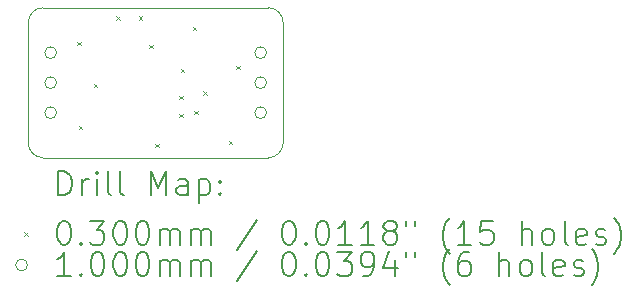
<source format=gbr>
%TF.GenerationSoftware,KiCad,Pcbnew,7.0.9*%
%TF.CreationDate,2024-01-09T19:27:16+00:00*%
%TF.ProjectId,OPA990 Breakout,4f504139-3930-4204-9272-65616b6f7574,V24.01.0.1*%
%TF.SameCoordinates,PX8c7ecc0PY5c0c740*%
%TF.FileFunction,Drillmap*%
%TF.FilePolarity,Positive*%
%FSLAX45Y45*%
G04 Gerber Fmt 4.5, Leading zero omitted, Abs format (unit mm)*
G04 Created by KiCad (PCBNEW 7.0.9) date 2024-01-09 19:27:16*
%MOMM*%
%LPD*%
G01*
G04 APERTURE LIST*
%ADD10C,0.100000*%
%ADD11C,0.200000*%
G04 APERTURE END LIST*
D10*
X1079500Y635000D02*
X-825500Y635000D01*
X-952500Y508000D02*
X-952500Y-508000D01*
X1079500Y-635000D02*
G75*
G03*
X1206500Y-508000I0J127000D01*
G01*
X1206500Y508000D02*
G75*
G03*
X1079500Y635000I-127000J0D01*
G01*
X-952500Y-508000D02*
G75*
G03*
X-825500Y-635000I127000J0D01*
G01*
X1206500Y508000D02*
X1206500Y-508000D01*
X1079500Y-635000D02*
X-825500Y-635000D01*
X-825500Y635000D02*
G75*
G03*
X-952500Y508000I0J-127000D01*
G01*
D11*
D10*
X-535700Y345200D02*
X-505700Y315200D01*
X-505700Y345200D02*
X-535700Y315200D01*
X-523000Y-366000D02*
X-493000Y-396000D01*
X-493000Y-366000D02*
X-523000Y-396000D01*
X-396000Y-10400D02*
X-366000Y-40400D01*
X-366000Y-10400D02*
X-396000Y-40400D01*
X-205500Y561100D02*
X-175500Y531100D01*
X-175500Y561100D02*
X-205500Y531100D01*
X-15000Y561100D02*
X15000Y531100D01*
X15000Y561100D02*
X-15000Y531100D01*
X73900Y319800D02*
X103900Y289800D01*
X103900Y319800D02*
X73900Y289800D01*
X124700Y-518400D02*
X154700Y-548400D01*
X154700Y-518400D02*
X124700Y-548400D01*
X327900Y-112000D02*
X357900Y-142000D01*
X357900Y-112000D02*
X327900Y-142000D01*
X327900Y-264400D02*
X357900Y-294400D01*
X357900Y-264400D02*
X327900Y-294400D01*
X340600Y116600D02*
X370600Y86600D01*
X370600Y116600D02*
X340600Y86600D01*
X442200Y472200D02*
X472200Y442200D01*
X472200Y472200D02*
X442200Y442200D01*
X454900Y-239000D02*
X484900Y-269000D01*
X484900Y-239000D02*
X454900Y-269000D01*
X531100Y-73900D02*
X561100Y-103900D01*
X561100Y-73900D02*
X531100Y-103900D01*
X747000Y-493000D02*
X777000Y-523000D01*
X777000Y-493000D02*
X747000Y-523000D01*
X810500Y142000D02*
X840500Y112000D01*
X840500Y142000D02*
X810500Y112000D01*
X-712000Y254000D02*
G75*
G03*
X-712000Y254000I-50000J0D01*
G01*
X-712000Y0D02*
G75*
G03*
X-712000Y0I-50000J0D01*
G01*
X-712000Y-254000D02*
G75*
G03*
X-712000Y-254000I-50000J0D01*
G01*
X1066000Y254000D02*
G75*
G03*
X1066000Y254000I-50000J0D01*
G01*
X1066000Y0D02*
G75*
G03*
X1066000Y0I-50000J0D01*
G01*
X1066000Y-254000D02*
G75*
G03*
X1066000Y-254000I-50000J0D01*
G01*
D11*
X-696723Y-951484D02*
X-696723Y-751484D01*
X-696723Y-751484D02*
X-649104Y-751484D01*
X-649104Y-751484D02*
X-620533Y-761008D01*
X-620533Y-761008D02*
X-601485Y-780055D01*
X-601485Y-780055D02*
X-591961Y-799103D01*
X-591961Y-799103D02*
X-582438Y-837198D01*
X-582438Y-837198D02*
X-582438Y-865769D01*
X-582438Y-865769D02*
X-591961Y-903865D01*
X-591961Y-903865D02*
X-601485Y-922912D01*
X-601485Y-922912D02*
X-620533Y-941960D01*
X-620533Y-941960D02*
X-649104Y-951484D01*
X-649104Y-951484D02*
X-696723Y-951484D01*
X-496723Y-951484D02*
X-496723Y-818150D01*
X-496723Y-856246D02*
X-487199Y-837198D01*
X-487199Y-837198D02*
X-477676Y-827674D01*
X-477676Y-827674D02*
X-458628Y-818150D01*
X-458628Y-818150D02*
X-439580Y-818150D01*
X-372914Y-951484D02*
X-372914Y-818150D01*
X-372914Y-751484D02*
X-382437Y-761008D01*
X-382437Y-761008D02*
X-372914Y-770531D01*
X-372914Y-770531D02*
X-363390Y-761008D01*
X-363390Y-761008D02*
X-372914Y-751484D01*
X-372914Y-751484D02*
X-372914Y-770531D01*
X-249104Y-951484D02*
X-268152Y-941960D01*
X-268152Y-941960D02*
X-277676Y-922912D01*
X-277676Y-922912D02*
X-277676Y-751484D01*
X-144342Y-951484D02*
X-163390Y-941960D01*
X-163390Y-941960D02*
X-172914Y-922912D01*
X-172914Y-922912D02*
X-172914Y-751484D01*
X84229Y-951484D02*
X84229Y-751484D01*
X84229Y-751484D02*
X150896Y-894341D01*
X150896Y-894341D02*
X217562Y-751484D01*
X217562Y-751484D02*
X217562Y-951484D01*
X398515Y-951484D02*
X398515Y-846722D01*
X398515Y-846722D02*
X388991Y-827674D01*
X388991Y-827674D02*
X369943Y-818150D01*
X369943Y-818150D02*
X331848Y-818150D01*
X331848Y-818150D02*
X312801Y-827674D01*
X398515Y-941960D02*
X379467Y-951484D01*
X379467Y-951484D02*
X331848Y-951484D01*
X331848Y-951484D02*
X312801Y-941960D01*
X312801Y-941960D02*
X303277Y-922912D01*
X303277Y-922912D02*
X303277Y-903865D01*
X303277Y-903865D02*
X312801Y-884817D01*
X312801Y-884817D02*
X331848Y-875293D01*
X331848Y-875293D02*
X379467Y-875293D01*
X379467Y-875293D02*
X398515Y-865769D01*
X493753Y-818150D02*
X493753Y-1018150D01*
X493753Y-827674D02*
X512801Y-818150D01*
X512801Y-818150D02*
X550896Y-818150D01*
X550896Y-818150D02*
X569944Y-827674D01*
X569944Y-827674D02*
X579467Y-837198D01*
X579467Y-837198D02*
X588991Y-856246D01*
X588991Y-856246D02*
X588991Y-913388D01*
X588991Y-913388D02*
X579467Y-932436D01*
X579467Y-932436D02*
X569944Y-941960D01*
X569944Y-941960D02*
X550896Y-951484D01*
X550896Y-951484D02*
X512801Y-951484D01*
X512801Y-951484D02*
X493753Y-941960D01*
X674705Y-932436D02*
X684229Y-941960D01*
X684229Y-941960D02*
X674705Y-951484D01*
X674705Y-951484D02*
X665182Y-941960D01*
X665182Y-941960D02*
X674705Y-932436D01*
X674705Y-932436D02*
X674705Y-951484D01*
X674705Y-827674D02*
X684229Y-837198D01*
X684229Y-837198D02*
X674705Y-846722D01*
X674705Y-846722D02*
X665182Y-837198D01*
X665182Y-837198D02*
X674705Y-827674D01*
X674705Y-827674D02*
X674705Y-846722D01*
D10*
X-987500Y-1265000D02*
X-957500Y-1295000D01*
X-957500Y-1265000D02*
X-987500Y-1295000D01*
D11*
X-658628Y-1171484D02*
X-639580Y-1171484D01*
X-639580Y-1171484D02*
X-620533Y-1181008D01*
X-620533Y-1181008D02*
X-611009Y-1190531D01*
X-611009Y-1190531D02*
X-601485Y-1209579D01*
X-601485Y-1209579D02*
X-591961Y-1247674D01*
X-591961Y-1247674D02*
X-591961Y-1295293D01*
X-591961Y-1295293D02*
X-601485Y-1333389D01*
X-601485Y-1333389D02*
X-611009Y-1352436D01*
X-611009Y-1352436D02*
X-620533Y-1361960D01*
X-620533Y-1361960D02*
X-639580Y-1371484D01*
X-639580Y-1371484D02*
X-658628Y-1371484D01*
X-658628Y-1371484D02*
X-677676Y-1361960D01*
X-677676Y-1361960D02*
X-687199Y-1352436D01*
X-687199Y-1352436D02*
X-696723Y-1333389D01*
X-696723Y-1333389D02*
X-706247Y-1295293D01*
X-706247Y-1295293D02*
X-706247Y-1247674D01*
X-706247Y-1247674D02*
X-696723Y-1209579D01*
X-696723Y-1209579D02*
X-687199Y-1190531D01*
X-687199Y-1190531D02*
X-677676Y-1181008D01*
X-677676Y-1181008D02*
X-658628Y-1171484D01*
X-506247Y-1352436D02*
X-496723Y-1361960D01*
X-496723Y-1361960D02*
X-506247Y-1371484D01*
X-506247Y-1371484D02*
X-515771Y-1361960D01*
X-515771Y-1361960D02*
X-506247Y-1352436D01*
X-506247Y-1352436D02*
X-506247Y-1371484D01*
X-430056Y-1171484D02*
X-306247Y-1171484D01*
X-306247Y-1171484D02*
X-372914Y-1247674D01*
X-372914Y-1247674D02*
X-344342Y-1247674D01*
X-344342Y-1247674D02*
X-325295Y-1257198D01*
X-325295Y-1257198D02*
X-315771Y-1266722D01*
X-315771Y-1266722D02*
X-306247Y-1285770D01*
X-306247Y-1285770D02*
X-306247Y-1333389D01*
X-306247Y-1333389D02*
X-315771Y-1352436D01*
X-315771Y-1352436D02*
X-325295Y-1361960D01*
X-325295Y-1361960D02*
X-344342Y-1371484D01*
X-344342Y-1371484D02*
X-401485Y-1371484D01*
X-401485Y-1371484D02*
X-420533Y-1361960D01*
X-420533Y-1361960D02*
X-430056Y-1352436D01*
X-182437Y-1171484D02*
X-163390Y-1171484D01*
X-163390Y-1171484D02*
X-144342Y-1181008D01*
X-144342Y-1181008D02*
X-134818Y-1190531D01*
X-134818Y-1190531D02*
X-125295Y-1209579D01*
X-125295Y-1209579D02*
X-115771Y-1247674D01*
X-115771Y-1247674D02*
X-115771Y-1295293D01*
X-115771Y-1295293D02*
X-125295Y-1333389D01*
X-125295Y-1333389D02*
X-134818Y-1352436D01*
X-134818Y-1352436D02*
X-144342Y-1361960D01*
X-144342Y-1361960D02*
X-163390Y-1371484D01*
X-163390Y-1371484D02*
X-182437Y-1371484D01*
X-182437Y-1371484D02*
X-201485Y-1361960D01*
X-201485Y-1361960D02*
X-211009Y-1352436D01*
X-211009Y-1352436D02*
X-220533Y-1333389D01*
X-220533Y-1333389D02*
X-230056Y-1295293D01*
X-230056Y-1295293D02*
X-230056Y-1247674D01*
X-230056Y-1247674D02*
X-220533Y-1209579D01*
X-220533Y-1209579D02*
X-211009Y-1190531D01*
X-211009Y-1190531D02*
X-201485Y-1181008D01*
X-201485Y-1181008D02*
X-182437Y-1171484D01*
X8039Y-1171484D02*
X27086Y-1171484D01*
X27086Y-1171484D02*
X46134Y-1181008D01*
X46134Y-1181008D02*
X55658Y-1190531D01*
X55658Y-1190531D02*
X65182Y-1209579D01*
X65182Y-1209579D02*
X74705Y-1247674D01*
X74705Y-1247674D02*
X74705Y-1295293D01*
X74705Y-1295293D02*
X65182Y-1333389D01*
X65182Y-1333389D02*
X55658Y-1352436D01*
X55658Y-1352436D02*
X46134Y-1361960D01*
X46134Y-1361960D02*
X27086Y-1371484D01*
X27086Y-1371484D02*
X8039Y-1371484D01*
X8039Y-1371484D02*
X-11009Y-1361960D01*
X-11009Y-1361960D02*
X-20533Y-1352436D01*
X-20533Y-1352436D02*
X-30056Y-1333389D01*
X-30056Y-1333389D02*
X-39580Y-1295293D01*
X-39580Y-1295293D02*
X-39580Y-1247674D01*
X-39580Y-1247674D02*
X-30056Y-1209579D01*
X-30056Y-1209579D02*
X-20533Y-1190531D01*
X-20533Y-1190531D02*
X-11009Y-1181008D01*
X-11009Y-1181008D02*
X8039Y-1171484D01*
X160420Y-1371484D02*
X160420Y-1238150D01*
X160420Y-1257198D02*
X169944Y-1247674D01*
X169944Y-1247674D02*
X188991Y-1238150D01*
X188991Y-1238150D02*
X217563Y-1238150D01*
X217563Y-1238150D02*
X236610Y-1247674D01*
X236610Y-1247674D02*
X246134Y-1266722D01*
X246134Y-1266722D02*
X246134Y-1371484D01*
X246134Y-1266722D02*
X255658Y-1247674D01*
X255658Y-1247674D02*
X274705Y-1238150D01*
X274705Y-1238150D02*
X303277Y-1238150D01*
X303277Y-1238150D02*
X322325Y-1247674D01*
X322325Y-1247674D02*
X331848Y-1266722D01*
X331848Y-1266722D02*
X331848Y-1371484D01*
X427086Y-1371484D02*
X427086Y-1238150D01*
X427086Y-1257198D02*
X436610Y-1247674D01*
X436610Y-1247674D02*
X455658Y-1238150D01*
X455658Y-1238150D02*
X484229Y-1238150D01*
X484229Y-1238150D02*
X503277Y-1247674D01*
X503277Y-1247674D02*
X512801Y-1266722D01*
X512801Y-1266722D02*
X512801Y-1371484D01*
X512801Y-1266722D02*
X522324Y-1247674D01*
X522324Y-1247674D02*
X541372Y-1238150D01*
X541372Y-1238150D02*
X569944Y-1238150D01*
X569944Y-1238150D02*
X588991Y-1247674D01*
X588991Y-1247674D02*
X598515Y-1266722D01*
X598515Y-1266722D02*
X598515Y-1371484D01*
X988991Y-1161960D02*
X817563Y-1419103D01*
X1246134Y-1171484D02*
X1265182Y-1171484D01*
X1265182Y-1171484D02*
X1284229Y-1181008D01*
X1284229Y-1181008D02*
X1293753Y-1190531D01*
X1293753Y-1190531D02*
X1303277Y-1209579D01*
X1303277Y-1209579D02*
X1312801Y-1247674D01*
X1312801Y-1247674D02*
X1312801Y-1295293D01*
X1312801Y-1295293D02*
X1303277Y-1333389D01*
X1303277Y-1333389D02*
X1293753Y-1352436D01*
X1293753Y-1352436D02*
X1284229Y-1361960D01*
X1284229Y-1361960D02*
X1265182Y-1371484D01*
X1265182Y-1371484D02*
X1246134Y-1371484D01*
X1246134Y-1371484D02*
X1227087Y-1361960D01*
X1227087Y-1361960D02*
X1217563Y-1352436D01*
X1217563Y-1352436D02*
X1208039Y-1333389D01*
X1208039Y-1333389D02*
X1198515Y-1295293D01*
X1198515Y-1295293D02*
X1198515Y-1247674D01*
X1198515Y-1247674D02*
X1208039Y-1209579D01*
X1208039Y-1209579D02*
X1217563Y-1190531D01*
X1217563Y-1190531D02*
X1227087Y-1181008D01*
X1227087Y-1181008D02*
X1246134Y-1171484D01*
X1398515Y-1352436D02*
X1408039Y-1361960D01*
X1408039Y-1361960D02*
X1398515Y-1371484D01*
X1398515Y-1371484D02*
X1388991Y-1361960D01*
X1388991Y-1361960D02*
X1398515Y-1352436D01*
X1398515Y-1352436D02*
X1398515Y-1371484D01*
X1531848Y-1171484D02*
X1550896Y-1171484D01*
X1550896Y-1171484D02*
X1569944Y-1181008D01*
X1569944Y-1181008D02*
X1579467Y-1190531D01*
X1579467Y-1190531D02*
X1588991Y-1209579D01*
X1588991Y-1209579D02*
X1598515Y-1247674D01*
X1598515Y-1247674D02*
X1598515Y-1295293D01*
X1598515Y-1295293D02*
X1588991Y-1333389D01*
X1588991Y-1333389D02*
X1579467Y-1352436D01*
X1579467Y-1352436D02*
X1569944Y-1361960D01*
X1569944Y-1361960D02*
X1550896Y-1371484D01*
X1550896Y-1371484D02*
X1531848Y-1371484D01*
X1531848Y-1371484D02*
X1512801Y-1361960D01*
X1512801Y-1361960D02*
X1503277Y-1352436D01*
X1503277Y-1352436D02*
X1493753Y-1333389D01*
X1493753Y-1333389D02*
X1484229Y-1295293D01*
X1484229Y-1295293D02*
X1484229Y-1247674D01*
X1484229Y-1247674D02*
X1493753Y-1209579D01*
X1493753Y-1209579D02*
X1503277Y-1190531D01*
X1503277Y-1190531D02*
X1512801Y-1181008D01*
X1512801Y-1181008D02*
X1531848Y-1171484D01*
X1788991Y-1371484D02*
X1674706Y-1371484D01*
X1731848Y-1371484D02*
X1731848Y-1171484D01*
X1731848Y-1171484D02*
X1712801Y-1200055D01*
X1712801Y-1200055D02*
X1693753Y-1219103D01*
X1693753Y-1219103D02*
X1674706Y-1228627D01*
X1979467Y-1371484D02*
X1865182Y-1371484D01*
X1922325Y-1371484D02*
X1922325Y-1171484D01*
X1922325Y-1171484D02*
X1903277Y-1200055D01*
X1903277Y-1200055D02*
X1884229Y-1219103D01*
X1884229Y-1219103D02*
X1865182Y-1228627D01*
X2093753Y-1257198D02*
X2074706Y-1247674D01*
X2074706Y-1247674D02*
X2065182Y-1238150D01*
X2065182Y-1238150D02*
X2055658Y-1219103D01*
X2055658Y-1219103D02*
X2055658Y-1209579D01*
X2055658Y-1209579D02*
X2065182Y-1190531D01*
X2065182Y-1190531D02*
X2074706Y-1181008D01*
X2074706Y-1181008D02*
X2093753Y-1171484D01*
X2093753Y-1171484D02*
X2131849Y-1171484D01*
X2131849Y-1171484D02*
X2150896Y-1181008D01*
X2150896Y-1181008D02*
X2160420Y-1190531D01*
X2160420Y-1190531D02*
X2169944Y-1209579D01*
X2169944Y-1209579D02*
X2169944Y-1219103D01*
X2169944Y-1219103D02*
X2160420Y-1238150D01*
X2160420Y-1238150D02*
X2150896Y-1247674D01*
X2150896Y-1247674D02*
X2131849Y-1257198D01*
X2131849Y-1257198D02*
X2093753Y-1257198D01*
X2093753Y-1257198D02*
X2074706Y-1266722D01*
X2074706Y-1266722D02*
X2065182Y-1276246D01*
X2065182Y-1276246D02*
X2055658Y-1295293D01*
X2055658Y-1295293D02*
X2055658Y-1333389D01*
X2055658Y-1333389D02*
X2065182Y-1352436D01*
X2065182Y-1352436D02*
X2074706Y-1361960D01*
X2074706Y-1361960D02*
X2093753Y-1371484D01*
X2093753Y-1371484D02*
X2131849Y-1371484D01*
X2131849Y-1371484D02*
X2150896Y-1361960D01*
X2150896Y-1361960D02*
X2160420Y-1352436D01*
X2160420Y-1352436D02*
X2169944Y-1333389D01*
X2169944Y-1333389D02*
X2169944Y-1295293D01*
X2169944Y-1295293D02*
X2160420Y-1276246D01*
X2160420Y-1276246D02*
X2150896Y-1266722D01*
X2150896Y-1266722D02*
X2131849Y-1257198D01*
X2246134Y-1171484D02*
X2246134Y-1209579D01*
X2322325Y-1171484D02*
X2322325Y-1209579D01*
X2617563Y-1447674D02*
X2608039Y-1438150D01*
X2608039Y-1438150D02*
X2588991Y-1409579D01*
X2588991Y-1409579D02*
X2579468Y-1390531D01*
X2579468Y-1390531D02*
X2569944Y-1361960D01*
X2569944Y-1361960D02*
X2560420Y-1314341D01*
X2560420Y-1314341D02*
X2560420Y-1276246D01*
X2560420Y-1276246D02*
X2569944Y-1228627D01*
X2569944Y-1228627D02*
X2579468Y-1200055D01*
X2579468Y-1200055D02*
X2588991Y-1181008D01*
X2588991Y-1181008D02*
X2608039Y-1152436D01*
X2608039Y-1152436D02*
X2617563Y-1142912D01*
X2798515Y-1371484D02*
X2684230Y-1371484D01*
X2741372Y-1371484D02*
X2741372Y-1171484D01*
X2741372Y-1171484D02*
X2722325Y-1200055D01*
X2722325Y-1200055D02*
X2703277Y-1219103D01*
X2703277Y-1219103D02*
X2684230Y-1228627D01*
X2979468Y-1171484D02*
X2884229Y-1171484D01*
X2884229Y-1171484D02*
X2874706Y-1266722D01*
X2874706Y-1266722D02*
X2884229Y-1257198D01*
X2884229Y-1257198D02*
X2903277Y-1247674D01*
X2903277Y-1247674D02*
X2950896Y-1247674D01*
X2950896Y-1247674D02*
X2969944Y-1257198D01*
X2969944Y-1257198D02*
X2979468Y-1266722D01*
X2979468Y-1266722D02*
X2988991Y-1285770D01*
X2988991Y-1285770D02*
X2988991Y-1333389D01*
X2988991Y-1333389D02*
X2979468Y-1352436D01*
X2979468Y-1352436D02*
X2969944Y-1361960D01*
X2969944Y-1361960D02*
X2950896Y-1371484D01*
X2950896Y-1371484D02*
X2903277Y-1371484D01*
X2903277Y-1371484D02*
X2884229Y-1361960D01*
X2884229Y-1361960D02*
X2874706Y-1352436D01*
X3227087Y-1371484D02*
X3227087Y-1171484D01*
X3312801Y-1371484D02*
X3312801Y-1266722D01*
X3312801Y-1266722D02*
X3303277Y-1247674D01*
X3303277Y-1247674D02*
X3284230Y-1238150D01*
X3284230Y-1238150D02*
X3255658Y-1238150D01*
X3255658Y-1238150D02*
X3236610Y-1247674D01*
X3236610Y-1247674D02*
X3227087Y-1257198D01*
X3436610Y-1371484D02*
X3417563Y-1361960D01*
X3417563Y-1361960D02*
X3408039Y-1352436D01*
X3408039Y-1352436D02*
X3398515Y-1333389D01*
X3398515Y-1333389D02*
X3398515Y-1276246D01*
X3398515Y-1276246D02*
X3408039Y-1257198D01*
X3408039Y-1257198D02*
X3417563Y-1247674D01*
X3417563Y-1247674D02*
X3436610Y-1238150D01*
X3436610Y-1238150D02*
X3465182Y-1238150D01*
X3465182Y-1238150D02*
X3484230Y-1247674D01*
X3484230Y-1247674D02*
X3493753Y-1257198D01*
X3493753Y-1257198D02*
X3503277Y-1276246D01*
X3503277Y-1276246D02*
X3503277Y-1333389D01*
X3503277Y-1333389D02*
X3493753Y-1352436D01*
X3493753Y-1352436D02*
X3484230Y-1361960D01*
X3484230Y-1361960D02*
X3465182Y-1371484D01*
X3465182Y-1371484D02*
X3436610Y-1371484D01*
X3617563Y-1371484D02*
X3598515Y-1361960D01*
X3598515Y-1361960D02*
X3588991Y-1342912D01*
X3588991Y-1342912D02*
X3588991Y-1171484D01*
X3769944Y-1361960D02*
X3750896Y-1371484D01*
X3750896Y-1371484D02*
X3712801Y-1371484D01*
X3712801Y-1371484D02*
X3693753Y-1361960D01*
X3693753Y-1361960D02*
X3684230Y-1342912D01*
X3684230Y-1342912D02*
X3684230Y-1266722D01*
X3684230Y-1266722D02*
X3693753Y-1247674D01*
X3693753Y-1247674D02*
X3712801Y-1238150D01*
X3712801Y-1238150D02*
X3750896Y-1238150D01*
X3750896Y-1238150D02*
X3769944Y-1247674D01*
X3769944Y-1247674D02*
X3779468Y-1266722D01*
X3779468Y-1266722D02*
X3779468Y-1285770D01*
X3779468Y-1285770D02*
X3684230Y-1304817D01*
X3855658Y-1361960D02*
X3874706Y-1371484D01*
X3874706Y-1371484D02*
X3912801Y-1371484D01*
X3912801Y-1371484D02*
X3931849Y-1361960D01*
X3931849Y-1361960D02*
X3941372Y-1342912D01*
X3941372Y-1342912D02*
X3941372Y-1333389D01*
X3941372Y-1333389D02*
X3931849Y-1314341D01*
X3931849Y-1314341D02*
X3912801Y-1304817D01*
X3912801Y-1304817D02*
X3884230Y-1304817D01*
X3884230Y-1304817D02*
X3865182Y-1295293D01*
X3865182Y-1295293D02*
X3855658Y-1276246D01*
X3855658Y-1276246D02*
X3855658Y-1266722D01*
X3855658Y-1266722D02*
X3865182Y-1247674D01*
X3865182Y-1247674D02*
X3884230Y-1238150D01*
X3884230Y-1238150D02*
X3912801Y-1238150D01*
X3912801Y-1238150D02*
X3931849Y-1247674D01*
X4008039Y-1447674D02*
X4017563Y-1438150D01*
X4017563Y-1438150D02*
X4036611Y-1409579D01*
X4036611Y-1409579D02*
X4046134Y-1390531D01*
X4046134Y-1390531D02*
X4055658Y-1361960D01*
X4055658Y-1361960D02*
X4065182Y-1314341D01*
X4065182Y-1314341D02*
X4065182Y-1276246D01*
X4065182Y-1276246D02*
X4055658Y-1228627D01*
X4055658Y-1228627D02*
X4046134Y-1200055D01*
X4046134Y-1200055D02*
X4036611Y-1181008D01*
X4036611Y-1181008D02*
X4017563Y-1152436D01*
X4017563Y-1152436D02*
X4008039Y-1142912D01*
D10*
X-957500Y-1544000D02*
G75*
G03*
X-957500Y-1544000I-50000J0D01*
G01*
D11*
X-591961Y-1635484D02*
X-706247Y-1635484D01*
X-649104Y-1635484D02*
X-649104Y-1435484D01*
X-649104Y-1435484D02*
X-668152Y-1464055D01*
X-668152Y-1464055D02*
X-687199Y-1483103D01*
X-687199Y-1483103D02*
X-706247Y-1492627D01*
X-506247Y-1616436D02*
X-496723Y-1625960D01*
X-496723Y-1625960D02*
X-506247Y-1635484D01*
X-506247Y-1635484D02*
X-515771Y-1625960D01*
X-515771Y-1625960D02*
X-506247Y-1616436D01*
X-506247Y-1616436D02*
X-506247Y-1635484D01*
X-372914Y-1435484D02*
X-353866Y-1435484D01*
X-353866Y-1435484D02*
X-334818Y-1445008D01*
X-334818Y-1445008D02*
X-325295Y-1454531D01*
X-325295Y-1454531D02*
X-315771Y-1473579D01*
X-315771Y-1473579D02*
X-306247Y-1511674D01*
X-306247Y-1511674D02*
X-306247Y-1559293D01*
X-306247Y-1559293D02*
X-315771Y-1597388D01*
X-315771Y-1597388D02*
X-325295Y-1616436D01*
X-325295Y-1616436D02*
X-334818Y-1625960D01*
X-334818Y-1625960D02*
X-353866Y-1635484D01*
X-353866Y-1635484D02*
X-372914Y-1635484D01*
X-372914Y-1635484D02*
X-391961Y-1625960D01*
X-391961Y-1625960D02*
X-401485Y-1616436D01*
X-401485Y-1616436D02*
X-411009Y-1597388D01*
X-411009Y-1597388D02*
X-420533Y-1559293D01*
X-420533Y-1559293D02*
X-420533Y-1511674D01*
X-420533Y-1511674D02*
X-411009Y-1473579D01*
X-411009Y-1473579D02*
X-401485Y-1454531D01*
X-401485Y-1454531D02*
X-391961Y-1445008D01*
X-391961Y-1445008D02*
X-372914Y-1435484D01*
X-182437Y-1435484D02*
X-163390Y-1435484D01*
X-163390Y-1435484D02*
X-144342Y-1445008D01*
X-144342Y-1445008D02*
X-134818Y-1454531D01*
X-134818Y-1454531D02*
X-125295Y-1473579D01*
X-125295Y-1473579D02*
X-115771Y-1511674D01*
X-115771Y-1511674D02*
X-115771Y-1559293D01*
X-115771Y-1559293D02*
X-125295Y-1597388D01*
X-125295Y-1597388D02*
X-134818Y-1616436D01*
X-134818Y-1616436D02*
X-144342Y-1625960D01*
X-144342Y-1625960D02*
X-163390Y-1635484D01*
X-163390Y-1635484D02*
X-182437Y-1635484D01*
X-182437Y-1635484D02*
X-201485Y-1625960D01*
X-201485Y-1625960D02*
X-211009Y-1616436D01*
X-211009Y-1616436D02*
X-220533Y-1597388D01*
X-220533Y-1597388D02*
X-230056Y-1559293D01*
X-230056Y-1559293D02*
X-230056Y-1511674D01*
X-230056Y-1511674D02*
X-220533Y-1473579D01*
X-220533Y-1473579D02*
X-211009Y-1454531D01*
X-211009Y-1454531D02*
X-201485Y-1445008D01*
X-201485Y-1445008D02*
X-182437Y-1435484D01*
X8039Y-1435484D02*
X27086Y-1435484D01*
X27086Y-1435484D02*
X46134Y-1445008D01*
X46134Y-1445008D02*
X55658Y-1454531D01*
X55658Y-1454531D02*
X65182Y-1473579D01*
X65182Y-1473579D02*
X74705Y-1511674D01*
X74705Y-1511674D02*
X74705Y-1559293D01*
X74705Y-1559293D02*
X65182Y-1597388D01*
X65182Y-1597388D02*
X55658Y-1616436D01*
X55658Y-1616436D02*
X46134Y-1625960D01*
X46134Y-1625960D02*
X27086Y-1635484D01*
X27086Y-1635484D02*
X8039Y-1635484D01*
X8039Y-1635484D02*
X-11009Y-1625960D01*
X-11009Y-1625960D02*
X-20533Y-1616436D01*
X-20533Y-1616436D02*
X-30056Y-1597388D01*
X-30056Y-1597388D02*
X-39580Y-1559293D01*
X-39580Y-1559293D02*
X-39580Y-1511674D01*
X-39580Y-1511674D02*
X-30056Y-1473579D01*
X-30056Y-1473579D02*
X-20533Y-1454531D01*
X-20533Y-1454531D02*
X-11009Y-1445008D01*
X-11009Y-1445008D02*
X8039Y-1435484D01*
X160420Y-1635484D02*
X160420Y-1502150D01*
X160420Y-1521198D02*
X169944Y-1511674D01*
X169944Y-1511674D02*
X188991Y-1502150D01*
X188991Y-1502150D02*
X217563Y-1502150D01*
X217563Y-1502150D02*
X236610Y-1511674D01*
X236610Y-1511674D02*
X246134Y-1530722D01*
X246134Y-1530722D02*
X246134Y-1635484D01*
X246134Y-1530722D02*
X255658Y-1511674D01*
X255658Y-1511674D02*
X274705Y-1502150D01*
X274705Y-1502150D02*
X303277Y-1502150D01*
X303277Y-1502150D02*
X322325Y-1511674D01*
X322325Y-1511674D02*
X331848Y-1530722D01*
X331848Y-1530722D02*
X331848Y-1635484D01*
X427086Y-1635484D02*
X427086Y-1502150D01*
X427086Y-1521198D02*
X436610Y-1511674D01*
X436610Y-1511674D02*
X455658Y-1502150D01*
X455658Y-1502150D02*
X484229Y-1502150D01*
X484229Y-1502150D02*
X503277Y-1511674D01*
X503277Y-1511674D02*
X512801Y-1530722D01*
X512801Y-1530722D02*
X512801Y-1635484D01*
X512801Y-1530722D02*
X522324Y-1511674D01*
X522324Y-1511674D02*
X541372Y-1502150D01*
X541372Y-1502150D02*
X569944Y-1502150D01*
X569944Y-1502150D02*
X588991Y-1511674D01*
X588991Y-1511674D02*
X598515Y-1530722D01*
X598515Y-1530722D02*
X598515Y-1635484D01*
X988991Y-1425960D02*
X817563Y-1683103D01*
X1246134Y-1435484D02*
X1265182Y-1435484D01*
X1265182Y-1435484D02*
X1284229Y-1445008D01*
X1284229Y-1445008D02*
X1293753Y-1454531D01*
X1293753Y-1454531D02*
X1303277Y-1473579D01*
X1303277Y-1473579D02*
X1312801Y-1511674D01*
X1312801Y-1511674D02*
X1312801Y-1559293D01*
X1312801Y-1559293D02*
X1303277Y-1597388D01*
X1303277Y-1597388D02*
X1293753Y-1616436D01*
X1293753Y-1616436D02*
X1284229Y-1625960D01*
X1284229Y-1625960D02*
X1265182Y-1635484D01*
X1265182Y-1635484D02*
X1246134Y-1635484D01*
X1246134Y-1635484D02*
X1227087Y-1625960D01*
X1227087Y-1625960D02*
X1217563Y-1616436D01*
X1217563Y-1616436D02*
X1208039Y-1597388D01*
X1208039Y-1597388D02*
X1198515Y-1559293D01*
X1198515Y-1559293D02*
X1198515Y-1511674D01*
X1198515Y-1511674D02*
X1208039Y-1473579D01*
X1208039Y-1473579D02*
X1217563Y-1454531D01*
X1217563Y-1454531D02*
X1227087Y-1445008D01*
X1227087Y-1445008D02*
X1246134Y-1435484D01*
X1398515Y-1616436D02*
X1408039Y-1625960D01*
X1408039Y-1625960D02*
X1398515Y-1635484D01*
X1398515Y-1635484D02*
X1388991Y-1625960D01*
X1388991Y-1625960D02*
X1398515Y-1616436D01*
X1398515Y-1616436D02*
X1398515Y-1635484D01*
X1531848Y-1435484D02*
X1550896Y-1435484D01*
X1550896Y-1435484D02*
X1569944Y-1445008D01*
X1569944Y-1445008D02*
X1579467Y-1454531D01*
X1579467Y-1454531D02*
X1588991Y-1473579D01*
X1588991Y-1473579D02*
X1598515Y-1511674D01*
X1598515Y-1511674D02*
X1598515Y-1559293D01*
X1598515Y-1559293D02*
X1588991Y-1597388D01*
X1588991Y-1597388D02*
X1579467Y-1616436D01*
X1579467Y-1616436D02*
X1569944Y-1625960D01*
X1569944Y-1625960D02*
X1550896Y-1635484D01*
X1550896Y-1635484D02*
X1531848Y-1635484D01*
X1531848Y-1635484D02*
X1512801Y-1625960D01*
X1512801Y-1625960D02*
X1503277Y-1616436D01*
X1503277Y-1616436D02*
X1493753Y-1597388D01*
X1493753Y-1597388D02*
X1484229Y-1559293D01*
X1484229Y-1559293D02*
X1484229Y-1511674D01*
X1484229Y-1511674D02*
X1493753Y-1473579D01*
X1493753Y-1473579D02*
X1503277Y-1454531D01*
X1503277Y-1454531D02*
X1512801Y-1445008D01*
X1512801Y-1445008D02*
X1531848Y-1435484D01*
X1665182Y-1435484D02*
X1788991Y-1435484D01*
X1788991Y-1435484D02*
X1722325Y-1511674D01*
X1722325Y-1511674D02*
X1750896Y-1511674D01*
X1750896Y-1511674D02*
X1769944Y-1521198D01*
X1769944Y-1521198D02*
X1779467Y-1530722D01*
X1779467Y-1530722D02*
X1788991Y-1549769D01*
X1788991Y-1549769D02*
X1788991Y-1597388D01*
X1788991Y-1597388D02*
X1779467Y-1616436D01*
X1779467Y-1616436D02*
X1769944Y-1625960D01*
X1769944Y-1625960D02*
X1750896Y-1635484D01*
X1750896Y-1635484D02*
X1693753Y-1635484D01*
X1693753Y-1635484D02*
X1674706Y-1625960D01*
X1674706Y-1625960D02*
X1665182Y-1616436D01*
X1884229Y-1635484D02*
X1922325Y-1635484D01*
X1922325Y-1635484D02*
X1941372Y-1625960D01*
X1941372Y-1625960D02*
X1950896Y-1616436D01*
X1950896Y-1616436D02*
X1969944Y-1587865D01*
X1969944Y-1587865D02*
X1979467Y-1549769D01*
X1979467Y-1549769D02*
X1979467Y-1473579D01*
X1979467Y-1473579D02*
X1969944Y-1454531D01*
X1969944Y-1454531D02*
X1960420Y-1445008D01*
X1960420Y-1445008D02*
X1941372Y-1435484D01*
X1941372Y-1435484D02*
X1903277Y-1435484D01*
X1903277Y-1435484D02*
X1884229Y-1445008D01*
X1884229Y-1445008D02*
X1874706Y-1454531D01*
X1874706Y-1454531D02*
X1865182Y-1473579D01*
X1865182Y-1473579D02*
X1865182Y-1521198D01*
X1865182Y-1521198D02*
X1874706Y-1540246D01*
X1874706Y-1540246D02*
X1884229Y-1549769D01*
X1884229Y-1549769D02*
X1903277Y-1559293D01*
X1903277Y-1559293D02*
X1941372Y-1559293D01*
X1941372Y-1559293D02*
X1960420Y-1549769D01*
X1960420Y-1549769D02*
X1969944Y-1540246D01*
X1969944Y-1540246D02*
X1979467Y-1521198D01*
X2150896Y-1502150D02*
X2150896Y-1635484D01*
X2103277Y-1425960D02*
X2055658Y-1568817D01*
X2055658Y-1568817D02*
X2179468Y-1568817D01*
X2246134Y-1435484D02*
X2246134Y-1473579D01*
X2322325Y-1435484D02*
X2322325Y-1473579D01*
X2617563Y-1711674D02*
X2608039Y-1702150D01*
X2608039Y-1702150D02*
X2588991Y-1673579D01*
X2588991Y-1673579D02*
X2579468Y-1654531D01*
X2579468Y-1654531D02*
X2569944Y-1625960D01*
X2569944Y-1625960D02*
X2560420Y-1578341D01*
X2560420Y-1578341D02*
X2560420Y-1540246D01*
X2560420Y-1540246D02*
X2569944Y-1492627D01*
X2569944Y-1492627D02*
X2579468Y-1464055D01*
X2579468Y-1464055D02*
X2588991Y-1445008D01*
X2588991Y-1445008D02*
X2608039Y-1416436D01*
X2608039Y-1416436D02*
X2617563Y-1406912D01*
X2779468Y-1435484D02*
X2741372Y-1435484D01*
X2741372Y-1435484D02*
X2722325Y-1445008D01*
X2722325Y-1445008D02*
X2712801Y-1454531D01*
X2712801Y-1454531D02*
X2693753Y-1483103D01*
X2693753Y-1483103D02*
X2684230Y-1521198D01*
X2684230Y-1521198D02*
X2684230Y-1597388D01*
X2684230Y-1597388D02*
X2693753Y-1616436D01*
X2693753Y-1616436D02*
X2703277Y-1625960D01*
X2703277Y-1625960D02*
X2722325Y-1635484D01*
X2722325Y-1635484D02*
X2760420Y-1635484D01*
X2760420Y-1635484D02*
X2779468Y-1625960D01*
X2779468Y-1625960D02*
X2788991Y-1616436D01*
X2788991Y-1616436D02*
X2798515Y-1597388D01*
X2798515Y-1597388D02*
X2798515Y-1549769D01*
X2798515Y-1549769D02*
X2788991Y-1530722D01*
X2788991Y-1530722D02*
X2779468Y-1521198D01*
X2779468Y-1521198D02*
X2760420Y-1511674D01*
X2760420Y-1511674D02*
X2722325Y-1511674D01*
X2722325Y-1511674D02*
X2703277Y-1521198D01*
X2703277Y-1521198D02*
X2693753Y-1530722D01*
X2693753Y-1530722D02*
X2684230Y-1549769D01*
X3036610Y-1635484D02*
X3036610Y-1435484D01*
X3122325Y-1635484D02*
X3122325Y-1530722D01*
X3122325Y-1530722D02*
X3112801Y-1511674D01*
X3112801Y-1511674D02*
X3093753Y-1502150D01*
X3093753Y-1502150D02*
X3065182Y-1502150D01*
X3065182Y-1502150D02*
X3046134Y-1511674D01*
X3046134Y-1511674D02*
X3036610Y-1521198D01*
X3246134Y-1635484D02*
X3227087Y-1625960D01*
X3227087Y-1625960D02*
X3217563Y-1616436D01*
X3217563Y-1616436D02*
X3208039Y-1597388D01*
X3208039Y-1597388D02*
X3208039Y-1540246D01*
X3208039Y-1540246D02*
X3217563Y-1521198D01*
X3217563Y-1521198D02*
X3227087Y-1511674D01*
X3227087Y-1511674D02*
X3246134Y-1502150D01*
X3246134Y-1502150D02*
X3274706Y-1502150D01*
X3274706Y-1502150D02*
X3293753Y-1511674D01*
X3293753Y-1511674D02*
X3303277Y-1521198D01*
X3303277Y-1521198D02*
X3312801Y-1540246D01*
X3312801Y-1540246D02*
X3312801Y-1597388D01*
X3312801Y-1597388D02*
X3303277Y-1616436D01*
X3303277Y-1616436D02*
X3293753Y-1625960D01*
X3293753Y-1625960D02*
X3274706Y-1635484D01*
X3274706Y-1635484D02*
X3246134Y-1635484D01*
X3427087Y-1635484D02*
X3408039Y-1625960D01*
X3408039Y-1625960D02*
X3398515Y-1606912D01*
X3398515Y-1606912D02*
X3398515Y-1435484D01*
X3579468Y-1625960D02*
X3560420Y-1635484D01*
X3560420Y-1635484D02*
X3522325Y-1635484D01*
X3522325Y-1635484D02*
X3503277Y-1625960D01*
X3503277Y-1625960D02*
X3493753Y-1606912D01*
X3493753Y-1606912D02*
X3493753Y-1530722D01*
X3493753Y-1530722D02*
X3503277Y-1511674D01*
X3503277Y-1511674D02*
X3522325Y-1502150D01*
X3522325Y-1502150D02*
X3560420Y-1502150D01*
X3560420Y-1502150D02*
X3579468Y-1511674D01*
X3579468Y-1511674D02*
X3588991Y-1530722D01*
X3588991Y-1530722D02*
X3588991Y-1549769D01*
X3588991Y-1549769D02*
X3493753Y-1568817D01*
X3665182Y-1625960D02*
X3684230Y-1635484D01*
X3684230Y-1635484D02*
X3722325Y-1635484D01*
X3722325Y-1635484D02*
X3741372Y-1625960D01*
X3741372Y-1625960D02*
X3750896Y-1606912D01*
X3750896Y-1606912D02*
X3750896Y-1597388D01*
X3750896Y-1597388D02*
X3741372Y-1578341D01*
X3741372Y-1578341D02*
X3722325Y-1568817D01*
X3722325Y-1568817D02*
X3693753Y-1568817D01*
X3693753Y-1568817D02*
X3674706Y-1559293D01*
X3674706Y-1559293D02*
X3665182Y-1540246D01*
X3665182Y-1540246D02*
X3665182Y-1530722D01*
X3665182Y-1530722D02*
X3674706Y-1511674D01*
X3674706Y-1511674D02*
X3693753Y-1502150D01*
X3693753Y-1502150D02*
X3722325Y-1502150D01*
X3722325Y-1502150D02*
X3741372Y-1511674D01*
X3817563Y-1711674D02*
X3827087Y-1702150D01*
X3827087Y-1702150D02*
X3846134Y-1673579D01*
X3846134Y-1673579D02*
X3855658Y-1654531D01*
X3855658Y-1654531D02*
X3865182Y-1625960D01*
X3865182Y-1625960D02*
X3874706Y-1578341D01*
X3874706Y-1578341D02*
X3874706Y-1540246D01*
X3874706Y-1540246D02*
X3865182Y-1492627D01*
X3865182Y-1492627D02*
X3855658Y-1464055D01*
X3855658Y-1464055D02*
X3846134Y-1445008D01*
X3846134Y-1445008D02*
X3827087Y-1416436D01*
X3827087Y-1416436D02*
X3817563Y-1406912D01*
M02*

</source>
